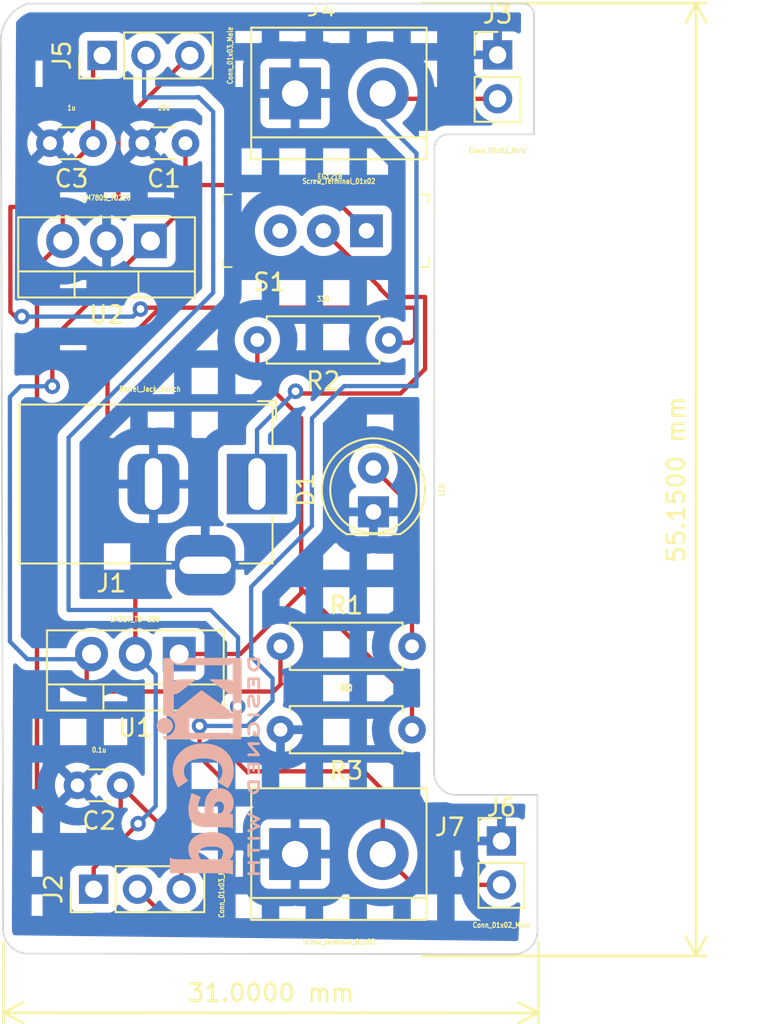
<source format=kicad_pcb>
(kicad_pcb (version 20211014) (generator pcbnew)
  (layers (0 "F.Cu" signal) (31 "B.Cu" signal) (34 "B.Paste" user) (35 "F.Paste" user) (36 "B.SilkS" user "B.Silkscreen") (37 "F.SilkS" user "F.Silkscreen") (38 "B.Mask" user) (39 "F.Mask" user) (44 "Edge.Cuts" user))
  (net 0 "")
  (net 1 "/12V")
  (net 2 "GND")
  (net 3 "/5V")
  (net 4 "/3.3V")
  (net 5 "Net-(D1-Pad2)")
  (net 6 "/PWR_INPUT")
  (net 7 "/PWR_OUT_TOP")
  (net 8 "/PWR_OUT_BOT")
  (net 10 "Net-(R2-Pad2)")
  (footprint "Capacitor_THT:C_Disc_D3.0mm_W1.6mm_P2.50mm" (layer "F.Cu") (at 136.03 75.322 180)
    (fp_text reference "C3" (at 1.25 -2.05) (layer "F.SilkS"))
    (fp_text value "1u" (at 1.25 2.05) (layer "F.SilkS") (effects (font (size 0.3 0.25))))
    (pad "1" thru_hole circle (at 0 0 180) (size 1.6 1.6) (drill 0.8) (layers *.Cu *.Mask) (net 4 "/3.3V"))
    (pad "2" thru_hole circle (at 2.5 0 180) (size 1.6 1.6) (drill 0.8) (layers *.Cu *.Mask) (net 2 "GND"))
  )
  (footprint "TerminalBlock:TerminalBlock_bornier-2_P5.08mm" (layer "F.Cu") (at 147.734 116.47)
    (fp_text reference "J7" (at 8.956 -1.56) (layer "F.SilkS"))
    (fp_text value "Screw_Terminal_01x02" (at 2.54 5.08) (layer "F.SilkS") (effects (font (size 0.3 0.25))))
    (pad "1" thru_hole rect (at 0 0) (size 3 3) (drill 1.52) (layers *.Cu *.Mask) (net 2 "GND"))
    (pad "2" thru_hole circle (at 5.08 0) (size 3 3) (drill 1.52) (layers *.Cu *.Mask) (net 7 "/PWR_OUT_TOP"))
  )
  (footprint "Connector_PinHeader_2.54mm:PinHeader_1x02_P2.54mm_Vertical" (layer "F.Cu") (at 159.69 115.71)
    (fp_text reference "J6" (at 0 -1.94) (layer "F.SilkS"))
    (fp_text value "Conn_01x02_Male" (at 0 4.87) (layer "F.SilkS") (effects (font (size 0.3 0.25))))
    (pad "1" thru_hole rect locked (at 0 0) (size 1.7 1.7) (drill 1) (layers *.Cu *.Mask) (net 2 "GND"))
    (pad "2" thru_hole oval locked (at 0 2.54) (size 1.7 1.7) (drill 1) (layers *.Cu *.Mask) (net 7 "/PWR_OUT_TOP"))
  )
  (footprint "TerminalBlock:TerminalBlock_bornier-2_P5.08mm" (layer "F.Cu") (at 147.734 72.442)
    (fp_text reference "J4" (at 1.524 -4.74) (layer "F.SilkS") (effects (font (size 0.5 1) (thickness 0.125))))
    (fp_text value "Screw_Terminal_01x02" (at 2.54 5.08) (layer "F.SilkS") (effects (font (size 0.3 0.25))))
    (pad "1" thru_hole rect (at 0 0) (size 3 3) (drill 1.52) (layers *.Cu *.Mask) (net 2 "GND"))
    (pad "2" thru_hole circle (at 5.08 0) (size 3 3) (drill 1.52) (layers *.Cu *.Mask) (net 8 "/PWR_OUT_BOT"))
  )
  (footprint "Capacitor_THT:C_Disc_D3.0mm_W1.6mm_P2.50mm" (layer "F.Cu") (at 137.63 112.49 180)
    (fp_text reference "C2" (at 1.25 -2.05) (layer "F.SilkS"))
    (fp_text value "0.1u" (at 1.25 2.05) (layer "F.SilkS") (effects (font (size 0.3 0.25))))
    (pad "1" thru_hole circle (at 0 0 180) (size 1.6 1.6) (drill 0.8) (layers *.Cu *.Mask) (net 3 "/5V"))
    (pad "2" thru_hole circle (at 2.5 0 180) (size 1.6 1.6) (drill 0.8) (layers *.Cu *.Mask) (net 2 "GND"))
  )
  (footprint "digikey-footprints:Switch_Slide_11.6x4mm_EG1218" (layer "F.Cu") (at 151.87 80.39 180)
    (fp_text reference "S1" (at 5.61 -2.97) (layer "F.SilkS"))
    (fp_text value "EG1218" (at 2.11 3.14) (layer "F.SilkS") (effects (font (size 0.3 0.25))))
    (pad "1" thru_hole rect locked (at 0 0 180) (size 1.9 1.9) (drill 0.9) (layers *.Cu *.Mask) (net 1 "/12V"))
    (pad "2" thru_hole circle locked (at 2.5 0 180) (size 1.9 1.9) (drill 0.9) (layers *.Cu *.Mask) (net 6 "/PWR_INPUT"))
    (pad "3" thru_hole circle locked (at 5 0 180) (size 1.9 1.9) (drill 0.9) (layers *.Cu *.Mask))
  )
  (footprint "Package_TO_SOT_THT:TO-220-3_Vertical" (layer "F.Cu") (at 141.02 104.89 180)
    (fp_text reference "U1" (at 2.54 -4.27) (layer "F.SilkS"))
    (fp_text value "LM317_TO-220" (at 2.56 2.01) (layer "F.SilkS") (effects (font (size 0.3 0.25))))
    (pad "1" thru_hole rect (at 0 0 180) (size 1.905 2) (drill 1.1) (layers *.Cu *.Mask) (net 10 "Net-(R2-Pad2)"))
    (pad "2" thru_hole oval (at 2.54 0 180) (size 1.905 2) (drill 1.1) (layers *.Cu *.Mask) (net 4 "/3.3V"))
    (pad "3" thru_hole oval (at 5.08 0 180) (size 1.905 2) (drill 1.1) (layers *.Cu *.Mask) (net 1 "/12V"))
  )
  (footprint "Resistor_THT:R_Axial_DIN0207_L6.3mm_D2.5mm_P7.62mm_Horizontal" (layer "F.Cu") (at 153.17 86.71 180)
    (fp_text reference "R2" (at 3.81 -2.37) (layer "F.SilkS"))
    (fp_text value "330" (at 3.81 2.37) (layer "F.SilkS") (effects (font (size 0.3 0.25))))
    (pad "1" thru_hole circle (at 0 0 180) (size 1.6 1.6) (drill 0.8) (layers *.Cu *.Mask) (net 4 "/3.3V"))
    (pad "2" thru_hole oval (at 7.62 0 180) (size 1.6 1.6) (drill 0.8) (layers *.Cu *.Mask) (net 10 "Net-(R2-Pad2)"))
  )
  (footprint "Capacitor_THT:C_Disc_D3.0mm_W1.6mm_P2.50mm" (layer "F.Cu") (at 141.384 75.322 180)
    (fp_text reference "C1" (at 1.25 -2.05) (layer "F.SilkS"))
    (fp_text value "10u" (at 1.25 2.05) (layer "F.SilkS") (effects (font (size 0.3 0.25))))
    (pad "1" thru_hole circle (at 0 0 180) (size 1.6 1.6) (drill 0.8) (layers *.Cu *.Mask) (net 1 "/12V"))
    (pad "2" thru_hole circle (at 2.5 0 180) (size 1.6 1.6) (drill 0.8) (layers *.Cu *.Mask) (net 2 "GND"))
  )
  (footprint "Resistor_THT:R_Axial_DIN0207_L6.3mm_D2.5mm_P7.62mm_Horizontal" (layer "F.Cu") (at 146.89 104.444)
    (fp_text reference "R1" (at 3.81 -2.37) (layer "F.SilkS"))
    (fp_text value "330" (at 3.81 2.37) (layer "F.SilkS") (effects (font (size 0.3 0.25))))
    (pad "1" thru_hole circle (at 0 0) (size 1.6 1.6) (drill 0.8) (layers *.Cu *.Mask) (net 1 "/12V"))
    (pad "2" thru_hole oval (at 7.62 0) (size 1.6 1.6) (drill 0.8) (layers *.Cu *.Mask) (net 5 "Net-(D1-Pad2)"))
  )
  (footprint "LED_THT:LED_D5.0mm" (layer "F.Cu") (at 152.274 96.663 90)
    (fp_text reference "D1" (at 1.27 -3.96 90) (layer "F.SilkS"))
    (fp_text value "LED" (at 1.27 3.96 90) (layer "F.SilkS") (effects (font (size 0.3 0.25))))
    (pad "1" thru_hole rect (at 0 0 90) (size 1.8 1.8) (drill 0.9) (layers *.Cu *.Mask) (net 2 "GND"))
    (pad "2" thru_hole circle (at 2.54 0 90) (size 1.8 1.8) (drill 0.9) (layers *.Cu *.Mask) (net 5 "Net-(D1-Pad2)"))
  )
  (footprint "Connector_PinHeader_2.54mm:PinHeader_1x03_P2.54mm_Vertical" (layer "F.Cu") (at 136.558 70.242 90)
    (fp_text reference "J5" (at 0 -2.33 90) (layer "F.SilkS"))
    (fp_text value "Conn_01x03_Male" (at 0 7.41 90) (layer "F.SilkS") (effects (font (size 0.3 0.25))))
    (pad "1" thru_hole rect (at 0 0 90) (size 1.7 1.7) (drill 1) (layers *.Cu *.Mask) (net 4 "/3.3V"))
    (pad "2" thru_hole oval (at 0 2.54 90) (size 1.7 1.7) (drill 1) (layers *.Cu *.Mask) (net 7 "/PWR_OUT_TOP"))
    (pad "3" thru_hole oval (at 0 5.08 90) (size 1.7 1.7) (drill 1) (layers *.Cu *.Mask) (net 3 "/5V"))
  )
  (footprint "Connector_PinHeader_2.54mm:PinHeader_1x02_P2.54mm_Vertical" (layer "F.Cu") (at 159.47 70.21)
    (fp_text reference "J3" (at 0 -2.33) (layer "F.SilkS"))
    (fp_text value "Conn_01x02_Male" (at 0 5.53) (layer "F.SilkS") (effects (font (size 0.3 0.25))))
    (pad "1" thru_hole rect locked (at 0 0) (size 1.7 1.7) (drill 1) (layers *.Cu *.Mask) (net 2 "GND"))
    (pad "2" thru_hole oval locked (at 0 2.54) (size 1.7 1.7) (drill 1) (layers *.Cu *.Mask) (net 8 "/PWR_OUT_BOT"))
  )
  (footprint "Connector_PinHeader_2.54mm:PinHeader_1x03_P2.54mm_Vertical" (layer "F.Cu") (at 136.065 118.502 90)
    (fp_text reference "J2" (at 0 -2.33 90) (layer "F.SilkS"))
    (fp_text value "Conn_01x03_Male" (at 0 7.41 90) (layer "F.SilkS") (effects (font (size 0.3 0.25))))
    (pad "1" thru_hole rect (at 0 0 90) (size 1.7 1.7) (drill 1) (layers *.Cu *.Mask) (net 4 "/3.3V"))
    (pad "2" thru_hole oval (at 0 2.54 90) (size 1.7 1.7) (drill 1) (layers *.Cu *.Mask) (net 8 "/PWR_OUT_BOT"))
    (pad "3" thru_hole oval (at 0 5.08 90) (size 1.7 1.7) (drill 1) (layers *.Cu *.Mask) (net 3 "/5V"))
  )
  (footprint "Connector_BarrelJack:BarrelJack_Horizontal" (layer "F.Cu") (at 145.53 95.05)
    (fp_text reference "J1" (at -8.45 5.75) (layer "F.SilkS"))
    (fp_text value "Barrel_Jack_Switch" (at -6.2 -5.5) (layer "F.SilkS") (effects (font (size 0.3 0.25))))
    (pad "1" thru_hole rect (at 0 0) (size 3.5 3.5) (drill oval 1 3) (layers *.Cu *.Mask) (net 6 "/PWR_INPUT"))
    (pad "2" thru_hole roundrect (at -6 0) (size 3 3.5) (drill oval 1 3) (layers *.Cu *.Mask) (net 2 "GND"))
    (pad "3" thru_hole roundrect (at -3 4.7) (size 3.5 3.5) (drill oval 3 1) (layers *.Cu *.Mask) (net 2 "GND"))
  )
  (footprint "Package_TO_SOT_THT:TO-220-3_Vertical" (layer "F.Cu") (at 139.352 80.981 180)
    (fp_text reference "U2" (at 2.54 -4.27) (layer "F.SilkS"))
    (fp_text value "LM7805_TO220" (at 2.54 2.5) (layer "F.SilkS") (effects (font (size 0.3 0.25))))
    (pad "1" thru_hole rect (at 0 0 180) (size 1.905 2) (drill 1.1) (layers *.Cu *.Mask) (net 1 "/12V"))
    (pad "2" thru_hole oval (at 2.54 0 180) (size 1.905 2) (drill 1.1) (layers *.Cu *.Mask) (net 2 "GND"))
    (pad "3" thru_hole oval (at 5.08 0 180) (size 1.905 2) (drill 1.1) (layers *.Cu *.Mask) (net 3 "/5V"))
  )
  (footprint "Resistor_THT:R_Axial_DIN0207_L6.3mm_D2.5mm_P7.62mm_Horizontal" (layer "F.Cu") (at 154.51 109.27 180)
    (fp_text reference "R3" (at 3.81 -2.37) (layer "F.SilkS"))
    (fp_text value "560" (at 3.81 2.37) (layer "F.SilkS") (effects (font (size 0.3 0.25))))
    (pad "1" thru_hole circle (at 0 0 180) (size 1.6 1.6) (drill 0.8) (layers *.Cu *.Mask) (net 10 "Net-(R2-Pad2)"))
    (pad "2" thru_hole oval (at 7.62 0 180) (size 1.6 1.6) (drill 0.8) (layers *.Cu *.Mask) (net 2 "GND"))
  )
  (footprint "Symbol:KiCad-Logo2_5mm_SilkScreen" (layer "B.Cu") (at 142.7 111.39 -90)
    (fp_text reference "REF**" hide)
    (fp_text value "KiCad-Logo2_5mm_SilkScreen" hide)
  )
  (gr_line (start 155.79 111.78) (end 155.81 75.75) (layer "Edge.Cuts") (width 0.1))
  (gr_arc (start 155.81 75.75) (mid 155.960564 75.14854) (end 156.48 74.81) (layer "Edge.Cuts") (width 0.1))
  (gr_line (start 132.24 67.24) (end 160.93 67.24) (layer "Edge.Cuts") (width 0.1))
  (gr_arc (start 156.94 113.04) (mid 156.129215 112.6252) (end 155.79 111.78) (layer "Edge.Cuts") (width 0.1))
  (gr_line (start 156.48 74.81) (end 161.58 74.81) (layer "Edge.Cuts") (width 0.1))
  (gr_line (start 130.82 120.89) (end 130.69 69.49) (layer "Edge.Cuts") (width 0.1))
  (gr_line (start 161.78 113.04) (end 156.94 113.04) (layer "Edge.Cuts") (width 0.1))
  (gr_arc (start 132.35 122.23) (mid 131.310202 121.873251) (end 130.82 120.89) (layer "Edge.Cuts") (width 0.1))
  (gr_arc (start 161.78 120.91) (mid 161.370381 121.878836) (end 160.39 122.26) (layer "Edge.Cuts") (width 0.1))
  (gr_line (start 161.78 120.91) (end 161.78 113.04) (layer "Edge.Cuts") (width 0.1))
  (gr_line (start 160.39 122.26) (end 132.35 122.23) (layer "Edge.Cuts") (width 0.1))
  (gr_arc (start 160.93 67.24) (mid 161.389619 67.430381) (end 161.58 67.89) (layer "Edge.Cuts") (width 0.1))
  (gr_arc (start 130.69 69.49) (mid 131.087665 68.105058) (end 132.24 67.24) (layer "Edge.Cuts") (width 0.1))
  (gr_line (start 161.58 74.81) (end 161.58 67.89) (layer "Edge.Cuts") (width 0.1))
  (dimension (type aligned) (layer "F.SilkS") (pts (xy 154.58 67.22) (xy 154.58 122.37)) (height -16.39) (gr_text "55.1500 mm" (at 169.82 94.795 90) (layer "F.SilkS") (effects (font (size 1 1) (thickness 0.15)))) (format (units 3) (units_format 1) (precision 4)) (style (thickness 0.15) (arrow_length 1.27) (text_position_mode 0) (extension_height 0.58642) (extension_offset 0.5) keep_text_aligned))
  (dimension (type aligned) (layer "F.SilkS") (pts (xy 130.84 121.08) (xy 161.84 121.09)) (height 4.569873) (gr_text "31.0000 mm" (at 146.338897 124.504873 359.9815175) (layer "F.SilkS") (effects (font (size 1 1) (thickness 0.15)))) (format (units 3) (units_format 1) (precision 4)) (style (thickness 0.15) (arrow_length 1.27) (text_position_mode 0) (extension_height 0.58642) (extension_offset 0.5) keep_text_aligned))
  (segment (start 146.49 107.06) (end 135.66 107.06) (width 0.25) (layer "F.Cu") (net 1))
  (segment (start 139.352 80.981) (end 133.67 86.663) (width 0.25) (layer "F.Cu") (net 1))
  (segment (start 149.224 77.744) (end 141.384 77.744) (width 0.25) (layer "F.Cu") (net 1))
  (segment (start 141.384 78.949) (end 141.384 77.744) (width 0.25) (layer "F.Cu") (net 1))
  (segment (start 141.384 77.744) (end 141.384 75.322) (width 0.25) (layer "F.Cu") (net 1))
  (segment (start 146.89 104.444) (end 146.89 106.58) (width 0.25) (layer "F.Cu") (net 1))
  (segment (start 151.87 80.39) (end 149.224 77.744) (width 0.25) (layer "F.Cu") (net 1))
  (segment (start 133.67 86.663) (end 133.67 89.39) (width 0.25) (layer "F.Cu") (net 1))
  (segment (start 146.93 106.62) (end 146.49 107.06) (width 0.25) (layer "F.Cu") (net 1))
  (segment (start 139.352 80.981) (end 141.384 78.949) (width 0.25) (layer "F.Cu") (net 1))
  (segment (start 135.66 107.06) (end 135.66 105.17) (width 0.25) (layer "F.Cu") (net 1))
  (segment (start 146.89 106.58) (end 146.93 106.62) (width 0.25) (layer "F.Cu") (net 1))
  (segment (start 135.66 105.17) (end 135.94 104.89) (width 0.25) (layer "F.Cu") (net 1))
  (via (at 133.67 89.39) (size 0.9) (drill 0.45) (layers "F.Cu" "B.Cu") (net 1))
  (segment (start 132.23 105.19) (end 135.64 105.19) (width 0.25) (layer "B.Cu") (net 1))
  (segment (start 131.82 89.39) (end 131.21 90) (width 0.25) (layer "B.Cu") (net 1))
  (segment (start 133.67 89.39) (end 131.82 89.39) (width 0.25) (layer "B.Cu") (net 1))
  (segment (start 131.21 104.17) (end 132.23 105.19) (width 0.25) (layer "B.Cu") (net 1))
  (segment (start 135.64 105.19) (end 135.94 104.89) (width 0.25) (layer "B.Cu") (net 1))
  (segment (start 131.21 90) (end 131.21 104.17) (width 0.25) (layer "B.Cu") (net 1))
  (segment (start 134.272 79.098) (end 134.272 80.981) (width 0.25) (layer "F.Cu") (net 3))
  (segment (start 137.38 114.24) (end 137.63 113.99) (width 0.25) (layer "F.Cu") (net 3))
  (segment (start 132.78 82.473) (end 132.78 113.64) (width 0.25) (layer "F.Cu") (net 3))
  (segment (start 141.638 70.242) (end 137.5 74.38) (width 0.25) (layer "F.Cu") (net 3))
  (segment (start 137.63 113.99) (end 137.63 112.49) (width 0.25) (layer "F.Cu") (net 3))
  (segment (start 134.272 80.981) (end 132.78 82.473) (width 0.25) (layer "F.Cu") (net 3))
  (segment (start 132.78 113.64) (end 133.38 114.24) (width 0.25) (layer "F.Cu") (net 3))
  (segment (start 133.38 114.24) (end 137.38 114.24) (width 0.25) (layer "F.Cu") (net 3))
  (segment (start 141.145 116.005) (end 137.63 112.49) (width 0.25) (layer "F.Cu") (net 3))
  (segment (start 137.05 79) (end 134.37 79) (width 0.25) (layer "F.Cu") (net 3))
  (segment (start 137.5 74.38) (end 137.5 78.55) (width 0.25) (layer "F.Cu") (net 3))
  (segment (start 137.5 78.55) (end 137.05 79) (width 0.25) (layer "F.Cu") (net 3))
  (segment (start 134.37 79) (end 134.272 79.098) (width 0.25) (layer "F.Cu") (net 3))
  (segment (start 141.145 118.502) (end 141.145 116.005) (width 0.25) (layer "F.Cu") (net 3))
  (segment (start 131.24 79.01) (end 131.24 85.08) (width 0.25) (layer "F.Cu") (net 4))
  (segment (start 154.44 86.87) (end 153.33 86.87) (width 0.25) (layer "F.Cu") (net 4))
  (segment (start 131.84 85.42) (end 131.9 85.36) (width 0.25) (layer "F.Cu") (net 4))
  (segment (start 154.69 86.62) (end 154.44 86.87) (width 0.25) (layer "F.Cu") (net 4))
  (segment (start 154.69 84.84) (end 154.69 86.62) (width 0.25) (layer "F.Cu") (net 4))
  (segment (start 138.78 84.92) (end 138.86 84.84) (width 0.25) (layer "F.Cu") (net 4))
  (segment (start 132.342 79.01) (end 131.24 79.01) (width 0.25) (layer "F.Cu") (net 4))
  (segment (start 138.48 104.89) (end 138.48 98.45) (width 0.25) (layer "F.Cu") (net 4))
  (segment (start 136.065 117.285) (end 138.64 114.71) (width 0.25) (layer "F.Cu") (net 4))
  (segment (start 136.87 87.88) (end 139.91 84.84) (width 0.25) (layer "F.Cu") (net 4))
  (segment (start 136.03 75.322) (end 136.03 70.77) (width 0.25) (layer "F.Cu") (net 4))
  (segment (start 136.065 118.502) (end 136.065 117.285) (width 0.25) (layer "F.Cu") (net 4))
  (segment (start 131.24 85.08) (end 131.58 85.42) (width 0.25) (layer "F.Cu") (net 4))
  (segment (start 131.58 85.42) (end 131.84 85.42) (width 0.25) (layer "F.Cu") (net 4))
  (segment (start 136.87 96.84) (end 136.87 87.88) (width 0.25) (layer "F.Cu") (net 4))
  (segment (start 139.91 84.84) (end 154.69 84.84) (width 0.25) (layer "F.Cu") (net 4))
  (segment (start 153.33 86.87) (end 153.17 86.71) (width 0.25) (layer "F.Cu") (net 4))
  (segment (start 136.03 70.77) (end 136.558 70.242) (width 0.25) (layer "F.Cu") (net 4))
  (segment (start 136.03 75.322) (end 132.342 79.01) (width 0.25) (layer "F.Cu") (net 4))
  (segment (start 138.86 84.84) (end 139.91 84.84) (width 0.25) (layer "F.Cu") (net 4))
  (segment (start 138.48 98.45) (end 136.87 96.84) (width 0.25) (layer "F.Cu") (net 4))
  (via (at 138.78 84.92) (size 0.9) (drill 0.45) (layers "F.Cu" "B.Cu") (net 4))
  (via (at 138.64 114.71) (size 0.9) (drill 0.45) (layers "F.Cu" "B.Cu") (net 4))
  (via (at 131.9 85.36) (size 0.9) (drill 0.45) (layers "F.Cu" "B.Cu") (net 4))
  (segment (start 139.66 113.69) (end 139.66 106.07) (width 0.25) (layer "B.Cu") (net 4))
  (segment (start 139.66 106.07) (end 138.48 104.89) (width 0.25) (layer "B.Cu") (net 4))
  (segment (start 138.64 114.71) (end 139.66 113.69) (width 0.25) (layer "B.Cu") (net 4))
  (segment (start 138.34 85.36) (end 138.78 84.92) (width 0.25) (layer "B.Cu") (net 4))
  (segment (start 131.9 85.36) (end 138.34 85.36) (width 0.25) (layer "B.Cu") (net 4))
  (segment (start 154.51 104.444) (end 154.51 96.359) (width 0.25) (layer "F.Cu") (net 5))
  (segment (start 154.51 96.359) (end 152.274 94.123) (width 0.25) (layer "F.Cu") (net 5))
  (segment (start 152.65 83.67) (end 152.65 83.73) (width 0.25) (layer "F.Cu") (net 6))
  (segment (start 153.14 84.22) (end 155.27 84.22) (width 0.25) (layer "F.Cu") (net 6))
  (segment (start 155.27 84.22) (end 155.27 88.39) (width 0.25) (layer "F.Cu") (net 6))
  (segment (start 152.65 83.73) (end 153.14 84.22) (width 0.25) (layer "F.Cu") (net 6))
  (segment (start 147.89 89.81) (end 147.76 89.68) (width 0.25) (layer "F.Cu") (net 6))
  (segment (start 153.85 89.81) (end 147.89 89.81) (width 0.25) (layer "F.Cu") (net 6))
  (segment (start 155.27 88.39) (end 153.85 89.81) (width 0.25) (layer "F.Cu") (net 6))
  (segment (start 149.37 80.39) (end 152.65 83.67) (width 0.25) (layer "F.Cu") (net 6))
  (via (at 147.76 89.68) (size 0.9) (drill 0.45) (layers "F.Cu" "B.Cu") (net 6))
  (segment (start 147.76 89.68) (end 145.53 91.91) (width 0.25) (layer "B.Cu") (net 6))
  (segment (start 145.53 91.91) (end 145.53 95.05) (width 0.25) (layer "B.Cu") (net 6))
  (segment (start 145.01 111.76) (end 145.09 111.68) (width 0.25) (layer "F.Cu") (net 7))
  (segment (start 145.09 111.68) (end 151.73 111.68) (width 0.25) (layer "F.Cu") (net 7))
  (segment (start 151.73 111.68) (end 152.814 112.764) (width 0.25) (layer "F.Cu") (net 7))
  (segment (start 144.41 107.93) (end 144.43 107.95) (width 0.25) (layer "F.Cu") (net 7))
  (segment (start 152.814 112.764) (end 152.814 116.47) (width 0.25) (layer "F.Cu") (net 7))
  (segment (start 144.43 111.18) (end 145.01 111.76) (width 0.25) (layer "F.Cu") (net 7))
  (segment (start 144.43 107.95) (end 144.43 111.18) (width 0.25) (layer "F.Cu") (net 7))
  (segment (start 159.69 118.25) (end 154.594 118.25) (width 0.25) (layer "F.Cu") (net 7))
  (segment (start 154.594 118.25) (end 152.814 116.47) (width 0.25) (layer "F.Cu") (net 7))
  (via (at 144.41 107.93) (size 0.9) (drill 0.45) (layers "F.Cu" "B.Cu") (net 7))
  (segment (start 138.99 70.35) (end 139.098 70.242) (width 0.25) (layer "B.Cu") (net 7))
  (segment (start 134.61 102.34) (end 134.61 92.36) (width 0.25) (layer "B.Cu") (net 7))
  (segment (start 134.61 92.36) (end 142.99 83.98) (width 0.25) (layer "B.Cu") (net 7))
  (segment (start 142.13 72.64) (end 142.1 72.67) (width 0.25) (layer "B.Cu") (net 7))
  (segment (start 138.99 72.67) (end 138.99 70.35) (width 0.25) (layer "B.Cu") (net 7))
  (segment (start 142.99 73.5) (end 142.13 72.64) (width 0.25) (layer "B.Cu") (net 7))
  (segment (start 144.41 107.93) (end 144.43 107.91) (width 0.25) (layer "B.Cu") (net 7))
  (segment (start 142.1 72.67) (end 138.99 72.67) (width 0.25) (layer "B.Cu") (net 7))
  (segment (start 144.43 107.91) (end 144.43 103.93) (width 0.25) (layer "B.Cu") (net 7))
  (segment (start 142.99 83.98) (end 142.99 73.5) (width 0.25) (layer "B.Cu") (net 7))
  (segment (start 144.43 103.93) (end 142.84 102.34) (width 0.25) (layer "B.Cu") (net 7))
  (segment (start 142.84 102.34) (end 134.61 102.34) (width 0.25) (layer "B.Cu") (net 7))
  (segment (start 159.47 72.75) (end 153.122 72.75) (width 0.25) (layer "F.Cu") (net 8))
  (segment (start 144.16 112.79) (end 144.16 120.59) (width 0.25) (layer "F.Cu") (net 8))
  (segment (start 153.496 71.76) (end 152.814 72.442) (width 0.25) (layer "F.Cu") (net 8))
  (segment (start 140.693 120.59) (end 138.605 118.502) (width 0.25) (layer "F.Cu") (net 8))
  (segment (start 144.16 120.59) (end 140.693 120.59) (width 0.25) (layer "F.Cu") (net 8))
  (segment (start 142.2 109.05) (end 142.2 110.83) (width 0.25) (layer "F.Cu") (net 8))
  (segment (start 142.2 110.83) (end 144.16 112.79) (width 0.25) (layer "F.Cu") (net 8))
  (segment (start 152.76 72.388) (end 152.814 72.442) (width 0.25) (layer "F.Cu") (net 8))
  (via (at 142.2 109.05) (size 0.9) (drill 0.45) (layers "F.Cu" "B.Cu") (net 8))
  (segment (start 148.71 91.25) (end 150.58 89.38) (width 0.25) (layer "B.Cu") (net 8))
  (segment (start 144.98 109.05) (end 146.43 107.6) (width 0.25) (layer "B.Cu") (net 8))
  (segment (start 146.43 107.6) (end 146.43 106.29) (width 0.25) (layer "B.Cu") (net 8))
  (segment (start 145.19 105.05) (end 145.19 101) (width 0.25) (layer "B.Cu") (net 8))
  (segment (start 146.43 106.29) (end 145.19 105.05) (width 0.25) (layer "B.Cu") (net 8))
  (segment (start 150.58 89.38) (end 154.77 89.38) (width 0.25) (layer "B.Cu") (net 8))
  (segment (start 145.19 101) (end 148.71 97.48) (width 0.25) (layer "B.Cu") (net 8))
  (segment (start 148.71 97.48) (end 148.71 91.25) (width 0.25) (layer "B.Cu") (net 8))
  (segment (start 152.814 73.954) (end 152.814 72.442) (width 0.25) (layer "B.Cu") (net 8))
  (segment (start 142.2 109.05) (end 144.98 109.05) (width 0.25) (layer "B.Cu") (net 8))
  (segment (start 154.77 75.91) (end 152.814 73.954) (width 0.25) (layer "B.Cu") (net 8))
  (segment (start 154.77 89.38) (end 154.77 75.91) (width 0.25) (layer "B.Cu") (net 8))
  (segment (start 144.56 104.89) (end 141.02 104.89) (width 0.25) (layer "F.Cu") (net 10))
  (segment (start 145.55 88.71) (end 148.09 91.25) (width 0.25) (layer "F.Cu") (net 10))
  (segment (start 148.09 91.25) (end 148.09 101.1) (width 0.25) (layer "F.Cu") (net 10))
  (segment (start 148.09 101.36) (end 144.56 104.89) (width 0.25) (layer "F.Cu") (net 10))
  (segment (start 148.09 101.1) (end 148.09 101.36) (width 0.25) (layer "F.Cu") (net 10))
  (segment (start 154.51 109.27) (end 154.51 107.52) (width 0.25) (layer "F.Cu") (net 10))
  (segment (start 145.55 86.71) (end 145.55 88.71) (width 0.25) (layer "F.Cu") (net 10))
  (segment (start 154.51 107.52) (end 148.09 101.1) (width 0.25) (layer "F.Cu") (net 10))
  (zone (net 2) (net_name "GND") (layer "B.Cu") (connect_pads (clearance 0.508)) (min_thickness 0.254) (fill yes (mode hatch) (thermal_gap 0.508) (thermal_bridge_width 0.508) (hatch_thickness 1.016) (hatch_gap 1.524) (hatch_orientation 0) (hatch_border_algorithm hatch_thickness) (hatch_min_hole_area 0.3))
    (polygon (pts (xy 160.770535 74.585423) (xy 154.910535 74.605423) (xy 154.990535 113.005423) (xy 155.250535 113.485423) (xy 161.090535 113.385423) (xy 160.670535 121.505423) (xy 131.32 121.17) (xy 131.570535 67.665423) (xy 160.830535 67.705423)))
  )
)
</source>
